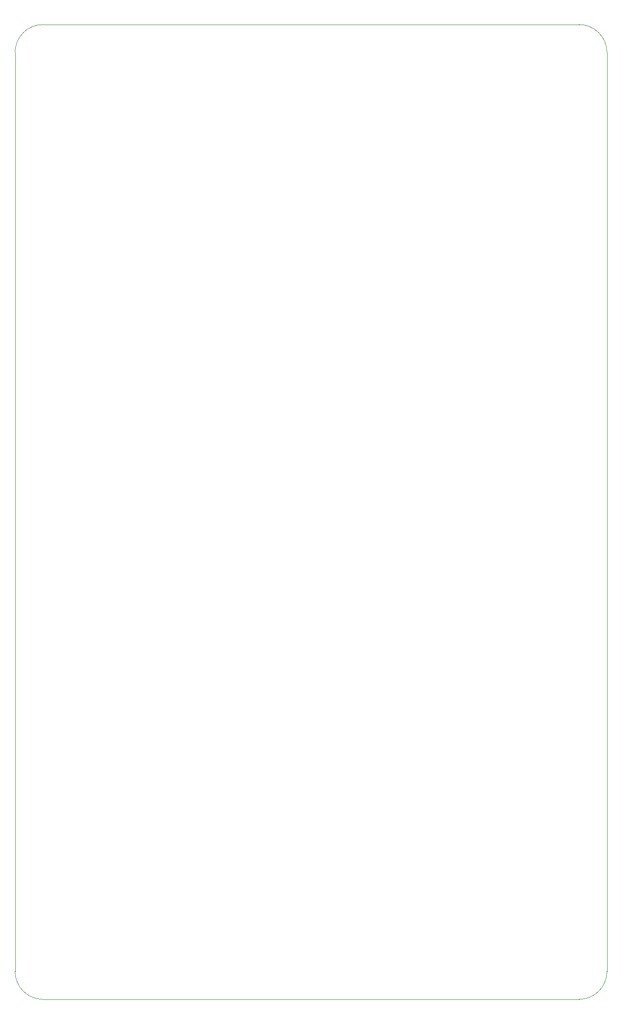
<source format=gm1>
%TF.GenerationSoftware,KiCad,Pcbnew,7.0.5*%
%TF.CreationDate,2024-02-10T14:46:36+02:00*%
%TF.ProjectId,Pico Wide GPIO,5069636f-2057-4696-9465-204750494f2e,rev?*%
%TF.SameCoordinates,Original*%
%TF.FileFunction,Profile,NP*%
%FSLAX46Y46*%
G04 Gerber Fmt 4.6, Leading zero omitted, Abs format (unit mm)*
G04 Created by KiCad (PCBNEW 7.0.5) date 2024-02-10 14:46:36*
%MOMM*%
%LPD*%
G01*
G04 APERTURE LIST*
%TA.AperFunction,Profile*%
%ADD10C,0.100000*%
%TD*%
G04 APERTURE END LIST*
D10*
X32385000Y-15621000D02*
X130175000Y-15621000D01*
X130175000Y-193421000D02*
G75*
G03*
X135255000Y-188341000I0J5080000D01*
G01*
X27305000Y-188341000D02*
G75*
G03*
X32385000Y-193421000I5080000J0D01*
G01*
X32385000Y-15621000D02*
G75*
G03*
X27305000Y-20701000I0J-5080000D01*
G01*
X135255000Y-188341000D02*
X135255000Y-20701000D01*
X27305000Y-188341000D02*
X27305000Y-20701000D01*
X135255000Y-20701000D02*
G75*
G03*
X130175000Y-15621000I-5080000J0D01*
G01*
X32385000Y-193421000D02*
X130175000Y-193421000D01*
M02*

</source>
